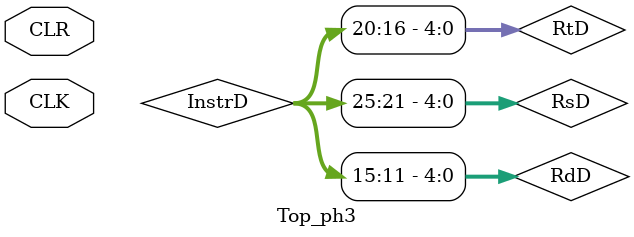
<source format=v>
module Top_ph3(input CLK , CLR);
  
  //////////////////////////////////////// Parameters ////////////////////////////////////////
  
  parameter WIDTH = 32;
  
  /////////////////////////////////// Wires : Hazard Unit ////////////////////////////////////
  
  wire [1:0] ForwardAE,ForwardBE;
  wire StallF,StallD,FlushE;
  
  //////////////////////////////////// Wires : STAGE F ///////////////////////////////////////
  
  wire [WIDTH-1:0] PC,PCPlus4F,RDF;
  reg [WIDTH-1:0] PCF;
  
  //////////////////////////////////// wires : STAGE D ///////////////////////////////////////
  
  wire [WIDTH-1:0] RD1D,RD2D,SignImmD;
  reg [WIDTH-1:0] InstrD,PCPlus4D;
  wire [4:0] RsD,RtD,RdD;
  wire [3:0] ALUControlD;
  wire MemtoRegD, MemWriteD,ALUSrcD, RegDstD, RegWriteD,BranchD,BNED,ExtendD;
  
  //////////////////////////////////// wires : STAGE E ///////////////////////////////////////
  
  reg [WIDTH-1:0] RD1E,RD2E,SignImmE,PCPlus4E;
  wire [WIDTH-1:0] SrcAE, SrcBE,ALUOutE,WriteDataE,PCBranchE;
  reg [4:0] RsE,RtE,RdE;
  wire [4:0] WriteRegE;
  reg [3:0] ALUControlE;
  wire PCSrcE,ZeroE;
  reg RegWriteE,MemtoRegE,MemWriteE,RegDstE,ALUSrcE,BranchE,BNEE;
  
  //////////////////////////////////// wires : STAGE M ///////////////////////////////////////
  
  reg [WIDTH-1:0] ALUOutM,WriteDataM;
  wire [WIDTH-1:0] ReadDataM;
  wire [4:0] cache_writeReg;
  reg [4:0] WriteRegM;
  reg RegWriteM,MemtoRegM,MemWriteM;
  wire hit,cache_dataReady;
  
  //////////////////////////////////// wires : STAGE W ///////////////////////////////////////
  
  wire [WIDTH-1:0] ResultW;
  reg [WIDTH-1:0] ReadDataW,ALUOutW;
  reg [4:0] WriteRegW;
  reg RegWriteW,MemtoRegW;
  
  /////////////////////////////////////// Always Block ///////////////////////////////////////
  
  always@(posedge CLK) begin
  
  //////////////////////////////////// Reseting : STAGE F ////////////////////////////////////
    
    if( ~CLR )begin
      PCF <= 32'b0;
      
  //////////////////////////////////// Reseting : STAGE D ////////////////////////////////////
  
      InstrD <= 32'b0;
      PCPlus4D <= 32'b0;
    
  //////////////////////////////////// Reseting : STAGE E ////////////////////////////////////
  
      RegWriteE <= 1'b0;
      BNEE <= 1'b0;
      MemtoRegE <= 1'b0;
      MemWriteE <= 1'b0;
      ALUSrcE <= 1'b0;
      RegDstE <= 1'b0;
      BranchE <= 1'b0;
      ALUControlE <= 4'b0;
      RD1E <= 32'b0;
      RD2E <= 32'b0;
      RsE <= 5'b0;
      RtE <= 5'b0;
      RdE <= 5'b0;
      SignImmE <= 32'b0;
      PCPlus4E <= 32'b0;
    
  //////////////////////////////////// Reseting : STAGE M ////////////////////////////////////
    
      RegWriteM <= 1'b0;
      MemtoRegM <= 1'b0;
      MemWriteM <= 1'b0;
      ALUOutM <= 32'b0;
      WriteDataM <= 32'b0;
      WriteRegM <= 5'b0;
    
  //////////////////////////////////// Reseting : STAGE W ////////////////////////////////////
    
      RegWriteW <= 1'b0;
      MemtoRegW <= 1'b0;
      ReadDataW <= 32'b0;
      ALUOutW <= 32'b0;
      WriteRegW <= 5'b0;
    end
      
  /////////////////////////////////// Assignment : STAGE F ///////////////////////////////////
    
    else begin
      if( ~StallF )
        PCF <= PC;
      
  /////////////////////////////////// Assignment : STAGE D ///////////////////////////////////
  
      if( ~StallD )begin
        InstrD <= RDF;
        PCPlus4D <= PCPlus4F;
      end
    
  /////////////////////////////////// Assignment : STAGE E ///////////////////////////////////
  
      RegWriteE <= RegWriteD;
      BNEE <= BNED;
      MemtoRegE <= MemtoRegD;
      MemWriteE <= MemWriteD;
      ALUSrcE <= ALUSrcD;
      RegDstE <= RegDstD;
      BranchE <= BranchD;
      ALUControlE <= ALUControlD;
      RD1E <= RD1D;
      RD2E <= RD2D;
      RsE <= RsD;
      RtE <= RtD;
      RdE <= RdD;
      SignImmE <= SignImmD;
      PCPlus4E <= PCPlus4D;
  
  /////////////////////////////////// Assignment : STAGE M ///////////////////////////////////
  
      RegWriteM <= RegWriteE;
      MemtoRegM <= MemtoRegE;
      MemWriteM <= MemWriteE;
      ALUOutM <= ALUOutE;
      WriteDataM <= WriteDataE;
      WriteRegM <= WriteRegE;
  
  /////////////////////////////////// Assignment : STAGE W ///////////////////////////////////
  
      RegWriteW <= RegWriteM | cache_dataReady;
      MemtoRegW <= cache_dataReady;
      ReadDataW <= ReadDataM;
      ALUOutW <= ALUOutM;
      WriteRegW <= (cache_dataReady)?cache_writeReg:WriteRegM;
    end
    
    //////////////////////////////////// Flushing : STAGE E ////////////////////////////////////
    
    if(FlushE)begin
      RegWriteE <= 1'b0;
      BNEE <= 1'b0;
      MemtoRegE <= 1'b0;
      MemWriteE <= 1'b0;
      ALUSrcE <= 1'b0;
      RegDstE <= 1'b0;
      BranchE <= 1'b0;
      ALUControlE <= 4'b0;
      RD1E <= 32'b0;
      RD2E <= 32'b0;
      RsE <= 5'b0;
      RtE <= 5'b0;
      RdE <= 5'b0;
      SignImmE <= 32'b0;
      PCPlus4E <= 32'b0;
    end
  end
  
  ///////////////////////////// Modules & Assigns : Hazard Unit //////////////////////////////
  
  Hazard_Unit hu(CLK,CLR,hit,RsD,RtD,RsE,RtE,MemWriteD,MemWriteM,MemtoRegD,MemtoRegE,MemtoRegM,WriteRegM,RegWriteM,
                    RegWriteW,WriteRegW,PCSrcE,StallF,StallD,FlushE,ForwardAE,ForwardBE);

  /////////////////////////////// Modules & Assigns : STAGE F ////////////////////////////////
  
  Instruction_Memory im(PCF[7:2],RDF);
  assign PCPlus4F = 32'd4 + PCF;
  assign PC = PCSrcE ? PCBranchE : PCPlus4F;
  
  /////////////////////////////// Modules & Assigns : STAGE D ////////////////////////////////
  
  Register_File rf(CLK,RegWriteW,InstrD[25:21], InstrD[20:16], WriteRegW, ResultW,RD1D,RD2D);
  Control_Unit cu(InstrD[31:26], InstrD[5:0],MemtoRegD, MemWriteD,ALUSrcD, RegDstD, RegWriteD,BranchD,
                  BNED,ExtendD,ALUControlD);
  assign RsD = InstrD[25:21];
  assign RtD = InstrD[20:16];
  assign RdD = InstrD[15:11];
  assign SignImmD = (ExtendD)?{ {16{InstrD[15]}},InstrD[15:0] }: { 16'b0,InstrD[15:0] };
  
  /////////////////////////////// Modules & Assigns : STAGE E ////////////////////////////////
  
  ALU alu(SrcAE, SrcBE, ALUControlE, ALUOutE,ZeroE);
  assign WriteRegE = RegDstE ? RdE : RtE;
  assign PCSrcE = BranchE & (BNEE ^ ZeroE);
  assign SrcAE = (ForwardAE==2'b00) ? RD1E:
                 (ForwardAE==2'b01) ? ResultW:
                 (ForwardAE==2'b10) ? ALUOutM:32'b0;
  assign WriteDataE = (ForwardBE==2'b00) ? RD2E:
                 (ForwardBE==2'b01) ? ResultW:
                 (ForwardBE==2'b10) ? ALUOutM:32'b0;
  assign SrcBE = ALUSrcE ? SignImmE : WriteDataE;
  assign PCBranchE = PCPlus4E + (SignImmE<<2);
    
  /////////////////////////////// Modules & Assigns : STAGE M ////////////////////////////////
  
  cache_top ct(CLK , CLR,WriteRegM, MemtoRegM , MemWriteM , ALUOutM , WriteDataM , hit , ReadDataM ,cache_dataReady, cache_writeReg);
  
  /////////////////////////////// Modules & Assigns : STAGE W ////////////////////////////////
  
  assign ResultW = MemtoRegW ? ReadDataW : ALUOutW;
endmodule
</source>
